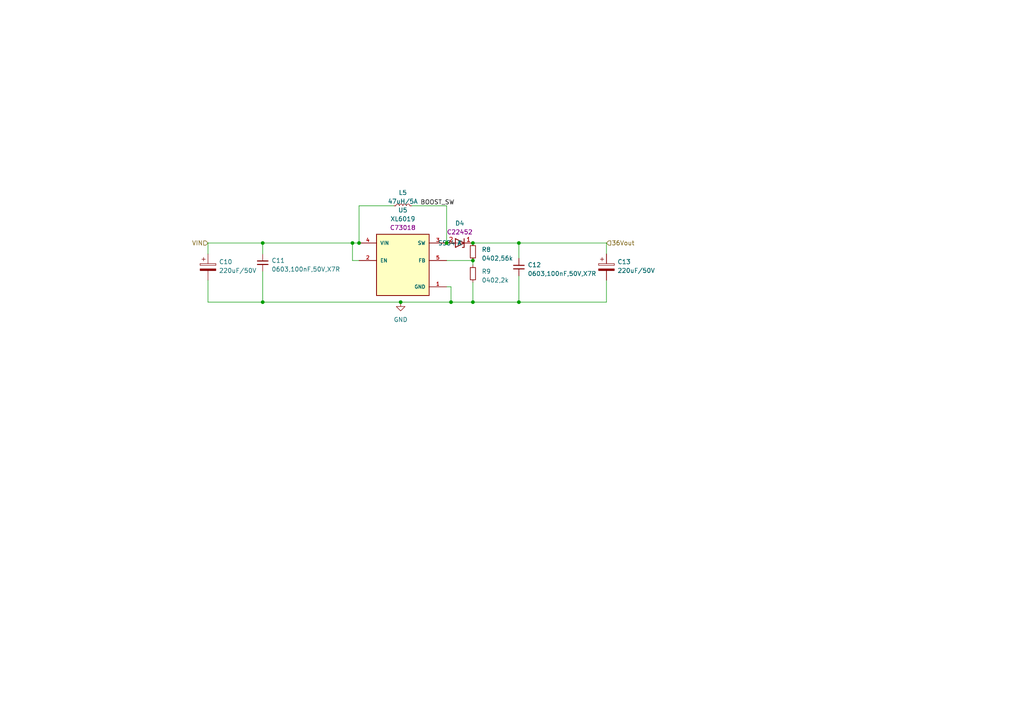
<source format=kicad_sch>
(kicad_sch (version 20230121) (generator eeschema)
  (paper "A4")
  (lib_symbols
    (symbol "Device:C_Polarized" (pin_numbers hide) (pin_names (offset 0.254))
      (property "Reference" "C" (at 0.635 2.54 0))
      (property "Value" "C_Polarized" (at 0.635 -2.54 0))
      (symbol "C_Polarized_0_1"
        (rectangle (start -2.286 0.508) (end 2.286 1.016))
        (polyline (pts (xy -1.778 2.286) (xy -0.762 2.286)))
        (polyline (pts (xy -1.27 2.794) (xy -1.27 1.778)))
        (rectangle (start 2.286 -0.508) (end -2.286 -1.016) (fill (type outline)))
      )
      (symbol "C_Polarized_1_1"
        (pin passive line (at 0 3.81 270) (length 2.794) (name "~") (number "1"))
        (pin passive line (at 0 -3.81 90) (length 2.794) (name "~") (number "2"))
      )
    )
    (symbol "Device:L_Small" (pin_numbers hide) (pin_names (offset 0.254) hide)
      (property "Reference" "L" (at 0.762 1.016 0))
      (property "Value" "L_Small" (at 0.762 -1.016 0))
      (symbol "L_Small_0_1"
        (arc (start 0 -2.032) (mid 0.5058 -1.524) (end 0 -1.016))
        (arc (start 0 -1.016) (mid 0.5058 -0.508) (end 0 0))
        (arc (start 0 0) (mid 0.5058 0.508) (end 0 1.016))
        (arc (start 0 1.016) (mid 0.5058 1.524) (end 0 2.032))
      )
      (symbol "L_Small_1_1"
        (pin passive line (at 0 2.54 270) (length 0.508) (name "~") (number "1"))
        (pin passive line (at 0 -2.54 90) (length 0.508) (name "~") (number "2"))
      )
    )
    (symbol "WS_LCSC_Diodes:SS54"
      (property "Reference" "D" (at -3.81 3.81 0))
      (property "Value" "SS54" (at 0 0 0))
      (property "LCSC" "C22452" (at 0 0 0))
      (symbol "SS54_0_1"
        (polyline (pts (xy -2.54 0) (xy -5.08 0)))
        (polyline (pts (xy -5.08 -1.27) (xy -5.08 1.27) (xy -4.572 1.27)) (stroke (width 0.254)))
        (polyline (pts (xy -2.54 -1.27) (xy -2.54 1.27) (xy -5.08 0) (xy -2.54 -1.27)) (stroke (width 0.254)))
      )
      (symbol "SS54_1_1"
        (pin passive line (at -7.62 0 0) (length 2.54) (name "K") (number "1"))
        (pin passive line (at 0 0 180) (length 2.54) (name "A") (number "2"))
      )
    )
    (symbol "WS_LCSC_ICs:XL6019" (pin_names (offset 1.016))
      (property "Reference" "U" (at -7.62 8.89 0))
      (property "Value" "XL6019" (at -7.62 -11.43 0))
      (property "LCSC" "C73018" (at 0 0 0))
      (symbol "XL6019_0_0"
        (rectangle (start -7.62 7.62) (end 7.62 -10.16) (stroke (width 0.254)) (fill (type background)))
        (pin power_in line (at 12.7 -7.62 180) (length 5.08) (name "GND") (number "1"))
        (pin input line (at -12.7 0 0) (length 5.08) (name "EN") (number "2"))
        (pin output line (at 12.7 5.08 180) (length 5.08) (name "SW") (number "3"))
        (pin input line (at -12.7 5.08 0) (length 5.08) (name "VIN") (number "4"))
        (pin input line (at 12.7 0 180) (length 5.08) (name "FB") (number "5"))
      )
    )
    (symbol "jlcpcb-basic-capacitor:0603,100nF,50V,X7R "
      (property "Reference" "C" (at 1.71 0.508 0))
      (property "Value" "0603,100nF,50V,X7R " (at 1.71 -1.016 0))
      (symbol "0603,100nF,50V,X7R _0_0"
        (polyline (pts (xy -1.524 -0.508) (xy 1.524 -0.508)) (stroke (width 0.3048)))
        (polyline (pts (xy -1.524 0.508) (xy 1.524 0.508)) (stroke (width 0.3048)))
        (pin passive line (at 0 2.54 270) (length 2.032) (name "~") (number "1"))
        (pin passive line (at 0 -2.54 90) (length 2.032) (name "~") (number "2"))
      )
    )
    (symbol "jlcpcb-basic-resistor:0402,2k"
      (property "Reference" "R" (at 0.762 0.508 0))
      (property "Value" "0402,2k" (at 0.762 -1.016 0))
      (symbol "0402,2k_0_0"
        (rectangle (start -0.762 1.778) (end 0.762 -1.778) (stroke (width 0.2032)))
        (pin passive line (at 0 2.54 270) (length 0.762) (name "~") (number "1"))
        (pin passive line (at 0 -2.54 90) (length 0.762) (name "~") (number "2"))
      )
    )
    (symbol "jlcpcb-basic-resistor:0402,56k"
      (property "Reference" "R" (at 0.762 0.508 0))
      (property "Value" "0402,56k" (at 0.762 -1.016 0))
      (symbol "0402,56k_0_0"
        (rectangle (start -0.762 1.778) (end 0.762 -1.778) (stroke (width 0.2032)))
        (pin passive line (at 0 2.54 270) (length 0.762) (name "~") (number "1"))
        (pin passive line (at 0 -2.54 90) (length 0.762) (name "~") (number "2"))
      )
    )
    (symbol "power:GND" (power) (pin_names (offset 0))
      (property "Value" "GND" (at 0 -3.81 0))
      (symbol "GND_0_1"
        (polyline (pts (xy 0 0) (xy 0 -1.27) (xy 1.27 -1.27) (xy 0 -2.54) (xy -1.27 -1.27) (xy 0 -1.27)))
      )
      (symbol "GND_1_1"
        (pin power_in line (at 0 0 270) (length 0) hide (name "GND") (number "1"))
      )
    )
  )
  (junction (at 116.205 87.63))
  (junction (at 102.235 70.485))
  (junction (at 76.2 87.63))
  (junction (at 137.16 70.485))
  (junction (at 137.16 87.63))
  (junction (at 130.81 87.63))
  (junction (at 104.14 70.485))
  (junction (at 137.16 75.565))
  (junction (at 150.495 87.63))
  (junction (at 76.2 70.485))
  (junction (at 150.495 70.485))
  (junction (at 129.54 70.485))
  (wire (pts (xy 76.2 70.485) (xy 76.2 73.66)))
  (wire (pts (xy 130.81 87.63) (xy 116.205 87.63)))
  (wire (pts (xy 102.235 70.485) (xy 104.14 70.485)))
  (wire (pts (xy 137.16 81.915) (xy 137.16 87.63)))
  (wire (pts (xy 137.16 87.63) (xy 130.81 87.63)))
  (wire (pts (xy 150.495 80.01) (xy 150.495 87.63)))
  (wire (pts (xy 119.38 59.69) (xy 129.54 59.69)))
  (wire (pts (xy 102.235 70.485) (xy 102.235 75.565)))
  (wire (pts (xy 175.895 81.28) (xy 175.895 87.63)))
  (wire (pts (xy 175.895 73.66) (xy 175.895 70.485)))
  (wire (pts (xy 150.495 87.63) (xy 137.16 87.63)))
  (wire (pts (xy 60.325 70.485) (xy 76.2 70.485)))
  (wire (pts (xy 129.54 59.69) (xy 129.54 70.485)))
  (wire (pts (xy 175.895 87.63) (xy 150.495 87.63)))
  (wire (pts (xy 60.325 87.63) (xy 76.2 87.63)))
  (wire (pts (xy 150.495 70.485) (xy 150.495 74.93)))
  (wire (pts (xy 76.2 87.63) (xy 116.205 87.63)))
  (wire (pts (xy 102.235 75.565) (xy 104.14 75.565)))
  (wire (pts (xy 129.54 75.565) (xy 137.16 75.565)))
  (wire (pts (xy 104.14 59.69) (xy 104.14 70.485)))
  (wire (pts (xy 150.495 70.485) (xy 175.895 70.485)))
  (wire (pts (xy 76.2 87.63) (xy 76.2 78.74)))
  (wire (pts (xy 137.16 75.565) (xy 137.16 76.835)))
  (wire (pts (xy 129.54 83.185) (xy 130.81 83.185)))
  (wire (pts (xy 130.81 83.185) (xy 130.81 87.63)))
  (wire (pts (xy 114.3 59.69) (xy 104.14 59.69)))
  (wire (pts (xy 137.16 70.485) (xy 150.495 70.485)))
  (wire (pts (xy 60.325 81.28) (xy 60.325 87.63)))
  (wire (pts (xy 76.2 70.485) (xy 102.235 70.485)))
  (wire (pts (xy 60.325 73.66) (xy 60.325 70.485)))
  (label "BOOST_SW" (at 121.92 59.69 0))
  (hierarchical_label "36Vout" (shape input) (at 175.895 70.485 0))
  (hierarchical_label "VIN" (shape input) (at 60.325 70.485 180))
  (symbol (lib_id "jlcpcb-basic-resistor:0402,2k") (at 137.16 79.375 0) (unit 1)
    (property "Reference" "R9" (at 139.7 78.74 0) (effects (justify left)))
    (property "Value" "0402,2k" (at 139.7 81.28 0) (effects (justify left)))
    (property "Footprint" "R_0402_1005Metric" (effects hide))
    (property "Datasheet" "https://datasheet.lcsc.com/lcsc/2110251730_UNI-ROYAL-Uniroyal-Elec-0402WGF2001TCE_C4109.pdf" (effects hide))
    (property "LCSC" "C4109" (effects hide))
    (property "MFG" "UNI-ROYAL(Uniroyal Elec)" (effects hide))
    (property "MFGPN" "0402WGF2001TCE" (effects hide))
  )
  (symbol (lib_id "Device:C_Polarized") (at 175.895 77.47 0) (unit 1)
    (property "Reference" "C13" (at 179.07 75.946 0) (effects (justify left)))
    (property "Value" "220uF/50V" (at 179.07 78.486 0) (effects (justify left)))
    (property "Footprint" "Capacitor_THT:CP_Radial_D8.0mm_P3.50mm" (effects hide))
    (property "Datasheet" "https://datasheet.lcsc.com/lcsc/2105281608_KNSCHA-01EC3470_C2836445.pdf" (effects hide))
    (property "LCSC" "C2836445" (effects hide))
  )
  (symbol (lib_id "jlcpcb-basic-capacitor:0603,100nF,50V,X7R ") (at 76.2 76.2 0) (unit 1)
    (property "Reference" "C11" (at 78.74 75.565 0) (effects (justify left)))
    (property "Value" "0603,100nF,50V,X7R " (at 78.74 78.105 0) (effects (justify left)))
    (property "Footprint" "C_0603_1608Metric" (effects hide))
    (property "Datasheet" "https://datasheet.lcsc.com/lcsc/1809301912_YAGEO-CC0603KRX7R9BB104_C14663.pdf" (effects hide))
    (property "LCSC" "C2886384" (effects hide))
    (property "MFG" "YAGEO" (effects hide))
    (property "MFGPN" "CC0603KRX7R9BB104" (effects hide))
  )
  (symbol (lib_id "jlcpcb-basic-resistor:0402,56k") (at 137.16 73.025 0) (unit 1)
    (property "Reference" "R8" (at 139.7 72.39 0) (effects (justify left)))
    (property "Value" "0402,56k" (at 139.7 74.93 0) (effects (justify left)))
    (property "Footprint" "R_0402_1005Metric" (effects hide))
    (property "Datasheet" "https://datasheet.lcsc.com/lcsc/2110260030_UNI-ROYAL-Uniroyal-Elec-0402WGF5602TCE_C25796.pdf" (effects hide))
    (property "LCSC" "C25796" (effects hide))
    (property "MFG" "UNI-ROYAL(Uniroyal Elec)" (effects hide))
    (property "MFGPN" "0402WGF5602TCE" (effects hide))
  )
  (symbol (lib_id "jlcpcb-basic-capacitor:0603,100nF,50V,X7R ") (at 150.495 77.47 0) (unit 1)
    (property "Reference" "C12" (at 153.035 76.835 0) (effects (justify left)))
    (property "Value" "0603,100nF,50V,X7R " (at 153.035 79.375 0) (effects (justify left)))
    (property "Footprint" "C_0603_1608Metric" (effects hide))
    (property "Datasheet" "https://datasheet.lcsc.com/lcsc/1809301912_YAGEO-CC0603KRX7R9BB104_C14663.pdf" (effects hide))
    (property "LCSC" "C2886384" (effects hide))
    (property "MFG" "YAGEO" (effects hide))
    (property "MFGPN" "CC0603KRX7R9BB104" (effects hide))
  )
  (symbol (lib_id "power:GND") (at 116.205 87.63 0) (unit 1)
    (property "Reference" "#PWR09" (effects hide))
    (property "Value" "GND" (at 116.205 92.71 0))
  )
  (symbol (lib_id "Device:C_Polarized") (at 60.325 77.47 0) (unit 1)
    (property "Reference" "C10" (at 63.5 75.946 0) (effects (justify left)))
    (property "Value" "220uF/50V" (at 63.5 78.486 0) (effects (justify left)))
    (property "Footprint" "Capacitor_THT:CP_Radial_D8.0mm_P3.50mm" (effects hide))
    (property "Datasheet" "https://datasheet.lcsc.com/lcsc/2105281608_KNSCHA-01EC3470_C2836445.pdf" (effects hide))
    (property "LCSC" "C2836445" (effects hide))
  )
  (symbol (lib_id "Device:L_Small") (at 116.84 59.69 90) (unit 1)
    (property "Reference" "L5" (at 116.84 55.88 90))
    (property "Value" "47uH/5A" (at 116.84 58.42 90))
    (property "Footprint" "Inductor_SMD:L_Bourns_SRP1245A" (effects hide))
    (property "LCSC" "C497913" (effects hide))
  )
  (symbol (lib_id "WS_LCSC_Diodes:SS54") (at 129.54 70.485 180) (unit 1)
    (property "Reference" "D4" (at 133.35 64.77 0))
    (property "Value" "SS54" (at 129.54 70.485 0))
    (property "Footprint" "Diode_SMD:D_SMA" (effects hide))
    (property "Datasheet" "https://datasheet.lcsc.com/lcsc/1810192041_MDD-Microdiode-Electronics--SS54_C22452.pdf" (effects hide))
    (property "LCSC" "C22452" (at 133.35 67.31 0))
  )
  (symbol (lib_id "WS_LCSC_ICs:XL6019") (at 116.84 75.565 0) (unit 1)
    (property "Reference" "U5" (at 116.84 60.96 0))
    (property "Value" "XL6019" (at 116.84 63.5 0))
    (property "Footprint" "Package_TO_SOT_SMD:TO-263-5_TabPin3" (effects hide))
    (property "Datasheet" "https://www.xlsemi.com/datasheet/XL6019%20datasheet-English.pdf" (effects hide))
    (property "MAXIMUM_PACKAGE_HEIGHT" "4.65mm" (effects hide))
    (property "MANUFACTURER" "XLSEMI" (effects hide))
    (property "PARTREV" "1.1" (effects hide))
    (property "STANDARD" "IPC-7351B" (effects hide))
    (property "LCSC" "C73018" (at 116.84 66.04 0))
  )
)
</source>
